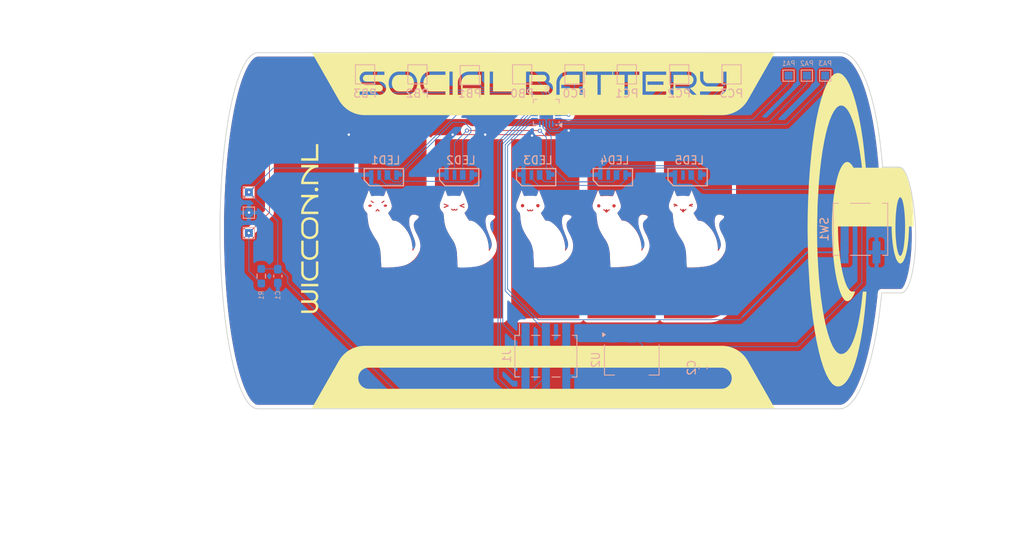
<source format=kicad_pcb>
(kicad_pcb (version 20240108) (generator "pcbnew") (generator_version "8.0")
  (layers (0 "F.Cu" signal) (31 "B.Cu" signal) (34 "B.Paste" user) (35 "F.Paste" user) (36 "B.SilkS" user "B.Silkscreen") (37 "F.SilkS" user "F.Silkscreen") (38 "B.Mask" user) (39 "F.Mask" user) (44 "Edge.Cuts" user))
  (net 0 "")
  (net 1 "VCC")
  (net 2 "GND")
  (net 3 "GPIO1")
  (net 4 "GPIO2")
  (net 5 "SCL")
  (net 6 "SDA")
  (net 7 "SK6812_data")
  (net 8 "Net-(LED2-DOUT)")
  (net 9 "Net-(U1-PB3)")
  (net 10 "Net-(LED1-DOUT)")
  (net 11 "Net-(LED3-DOUT)")
  (net 12 "Net-(LED4-DOUT)")
  (net 13 "Net-(U1-PB2)")
  (net 14 "Net-(U1-~{RESET}{slash}PA0)")
  (net 15 "Net-(U1-PB1)")
  (net 16 "Net-(U1-PB0)")
  (net 17 "Net-(U1-PC0)")
  (net 18 "Net-(U1-PC1)")
  (net 19 "Net-(U1-PA4)")
  (net 20 "Net-(U1-PC2)")
  (net 22 "Net-(U1-PC3)")
  (net 23 "Net-(U1-PA1)")
  (net 24 "Net-(U1-PA2)")
  (net 25 "Net-(U1-PA3)")
  (net 26 "Vout")
  (footprint "Library:SocialBat_1.5" (layer "F.Cu") (at 152.86 48.05984)
    (property "Reference" "Ref**" (hide yes))
    (property "Value" "Val**" (hide yes))
    (fp_line (start -40.657259 -0.585545) (end -40.651082 0.555008) (stroke (width 0.1) (color 29 29 27 1)) (layer "Edge.Cuts"))
    (fp_line (start -40.651133 -1.72557) (end -40.657259 -0.585545) (stroke (width 0.1) (color 29 29 27 1)) (layer "Edge.Cuts"))
    (fp_line (start -40.651082 0.555008) (end -40.632813 1.681073) (stroke (width 0.1) (color 29 29 27 1)) (layer "Edge.Cuts"))
    (fp_line (start -40.632914 -2.850594) (end -40.651133 -1.72557) (stroke (width 0.1) (color 29 29 27 1)) (layer "Edge.Cuts"))
    (fp_line (start -40.632813 1.681073) (end -40.602753 2.792111) (stroke (width 0.1) (color 29 29 27 1)) (layer "Edge.Cuts"))
    (fp_line (start -40.602857 -3.959046) (end -40.632914 -2.850594) (stroke (width 0.1) (color 29 29 27 1)) (layer "Edge.Cuts"))
    (fp_line (start -40.602753 2.792111) (end -40.56116 3.886589) (stroke (width 0.1) (color 29 29 27 1)) (layer "Edge.Cuts"))
    (fp_line (start -40.561365 -5.049896) (end -40.602857 -3.959046) (stroke (width 0.1) (color 29 29 27 1)) (layer "Edge.Cuts"))
    (fp_line (start -40.56116 3.886589) (end -40.508339 4.96191) (stroke (width 0.1) (color 29 29 27 1)) (layer "Edge.Cuts"))
    (fp_line (start -40.508645 -6.121074) (end -40.561365 -5.049896) (stroke (width 0.1) (color 29 29 27 1)) (layer "Edge.Cuts"))
    (fp_line (start -40.508339 4.96191) (end -40.444596 6.018051) (stroke (width 0.1) (color 29 29 27 1)) (layer "Edge.Cuts"))
    (fp_line (start -40.445054 -7.17257) (end -40.508645 -6.121074) (stroke (width 0.1) (color 29 29 27 1)) (layer "Edge.Cuts"))
    (fp_line (start -40.444596 6.018051) (end -40.370238 7.052483) (stroke (width 0.1) (color 29 29 27 1)) (layer "Edge.Cuts"))
    (fp_line (start -40.37085 -8.201817) (end -40.445054 -7.17257) (stroke (width 0.1) (color 29 29 27 1)) (layer "Edge.Cuts"))
    (fp_line (start -40.370238 7.052483) (end -40.285572 8.064633) (stroke (width 0.1) (color 29 29 27 1)) (layer "Edge.Cuts"))
    (fp_line (start -40.286283 -9.207237) (end -40.37085 -8.201817) (stroke (width 0.1) (color 29 29 27 1)) (layer "Edge.Cuts"))
    (fp_line (start -40.285572 8.064633) (end -40.1909 9.052464) (stroke (width 0.1) (color 29 29 27 1)) (layer "Edge.Cuts"))
    (fp_line (start -40.191767 -10.188327) (end -40.286283 -9.207237) (stroke (width 0.1) (color 29 29 27 1)) (layer "Edge.Cuts"))
    (fp_line (start -40.1909 9.052464) (end -40.086431 10.014396) (stroke (width 0.1) (color 29 29 27 1)) (layer "Edge.Cuts"))
    (fp_line (start -40.087454 -11.143542) (end -40.191767 -10.188327) (stroke (width 0.1) (color 29 29 27 1)) (layer "Edge.Cuts"))
    (fp_line (start -40.086431 10.014396) (end -39.972573 10.949414) (stroke (width 0.1) (color 29 29 27 1)) (layer "Edge.Cuts"))
    (fp_line (start -39.973797 -12.070788) (end -40.087454 -11.143542) (stroke (width 0.1) (color 29 29 27 1)) (layer "Edge.Cuts"))
    (fp_line (start -39.972573 10.949414) (end -39.849578 11.855946) (stroke (width 0.1) (color 29 29 27 1)) (layer "Edge.Cuts"))
    (fp_line (start -39.850956 -12.969551) (end -39.973797 -12.070788) (stroke (width 0.1) (color 29 29 27 1)) (layer "Edge.Cuts"))
    (fp_line (start -39.849578 11.855946) (end -39.717756 12.732461) (stroke (width 0.1) (color 29 29 27 1)) (layer "Edge.Cuts"))
    (fp_line (start -39.719286 -13.837779) (end -39.850956 -12.969551) (stroke (width 0.1) (color 29 29 27 1)) (layer "Edge.Cuts"))
    (fp_line (start -39.717756 12.732461) (end -39.577409 13.57739) (stroke (width 0.1) (color 29 29 27 1)) (layer "Edge.Cuts"))
    (fp_line (start -39.579093 -14.674434) (end -39.719286 -13.837779) (stroke (width 0.1) (color 29 29 27 1)) (layer "Edge.Cuts"))
    (fp_line (start -39.577409 13.57739) (end -39.428847 14.389176) (stroke (width 0.1) (color 29 29 27 1)) (layer "Edge.Cuts"))
    (fp_line (start -39.430632 -15.478461) (end -39.579093 -14.674434) (stroke (width 0.1) (color 29 29 27 1)) (layer "Edge.Cuts"))
    (fp_line (start -39.428847 14.389176) (end -39.272324 15.166814) (stroke (width 0.1) (color 29 29 27 1)) (layer "Edge.Cuts"))
    (fp_line (start -39.274211 -16.247276) (end -39.430632 -15.478461) (stroke (width 0.1) (color 29 29 27 1)) (layer "Edge.Cuts"))
    (fp_line (start -39.272324 15.166814) (end -39.108143 15.908711) (stroke (width 0.1) (color 29 29 27 1)) (layer "Edge.Cuts"))
    (fp_line (start -39.110135 -16.980899) (end -39.274211 -16.247276) (stroke (width 0.1) (color 29 29 27 1)) (layer "Edge.Cuts"))
    (fp_line (start -39.108143 15.908711) (end -38.936613 16.613324) (stroke (width 0.1) (color 29 29 27 1)) (layer "Edge.Cuts"))
    (fp_line (start -38.938707 -17.676723) (end -39.110135 -16.980899) (stroke (width 0.1) (color 29 29 27 1)) (layer "Edge.Cuts"))
    (fp_line (start -38.936613 16.613324) (end -38.758043 17.279129) (stroke (width 0.1) (color 29 29 27 1)) (layer "Edge.Cuts"))
    (fp_line (start -38.760237 -18.334242) (end -38.938707 -17.676723) (stroke (width 0.1) (color 29 29 27 1)) (layer "Edge.Cuts"))
    (fp_line (start -38.758043 17.279129) (end -38.572734 17.904549) (stroke (width 0.1) (color 29 29 27 1)) (layer "Edge.Cuts"))
    (fp_line (start -38.57498 -18.951891) (end -38.760237 -18.334242) (stroke (width 0.1) (color 29 29 27 1)) (layer "Edge.Cuts"))
    (fp_line (start -38.572734 17.904549) (end -38.380996 18.488541) (stroke (width 0.1) (color 29 29 27 1)) (layer "Edge.Cuts"))
    (fp_line (start -38.383244 -19.527599) (end -38.57498 -18.951891) (stroke (width 0.1) (color 29 29 27 1)) (layer "Edge.Cuts"))
    (fp_line (start -38.380996 18.488541) (end -38.183084 19.029045) (stroke (width 0.1) (color 29 29 27 1)) (layer "Edge.Cuts"))
    (fp_line (start -38.18538 -20.060859) (end -38.383244 -19.527599) (stroke (width 0.1) (color 29 29 27 1)) (layer "Edge.Cuts"))
    (fp_line (start -38.183084 19.029045) (end -37.979352 19.525032) (stroke (width 0.1) (color 29 29 27 1)) (layer "Edge.Cuts"))
    (fp_line (start -37.981547 -20.550105) (end -38.18538 -20.060859) (stroke (width 0.1) (color 29 29 27 1)) (layer "Edge.Cuts"))
    (fp_line (start -37.979352 19.525032) (end -37.770057 19.975449) (stroke (width 0.1) (color 29 29 27 1)) (layer "Edge.Cuts"))
    (fp_line (start -37.772201 -20.993804) (end -37.981547 -20.550105) (stroke (width 0.1) (color 29 29 27 1)) (layer "Edge.Cuts"))
    (fp_line (start -37.770057 19.975449) (end -37.555458 20.378235) (stroke (width 0.1) (color 29 29 27 1)) (layer "Edge.Cuts"))
    (fp_line (start -37.557498 -21.389861) (end -37.772201 -20.993804) (stroke (width 0.1) (color 29 29 27 1)) (layer "Edge.Cuts"))
    (fp_line (start -37.555458 20.378235) (end -37.335954 20.731847) (stroke (width 0.1) (color 29 29 27 1)) (layer "Edge.Cuts"))
    (fp_line (start -37.337843 -21.738288) (end -37.557498 -21.389861) (stroke (width 0.1) (color 29 29 27 1)) (layer "Edge.Cuts"))
    (fp_line (start -37.335954 20.731847) (end -37.224443 20.889752) (stroke (width 0.1) (color 29 29 27 1)) (layer "Edge.Cuts"))
    (fp_line (start -37.226231 -21.893607) (end -37.337843 -21.738288) (stroke (width 0.1) (color 29 29 27 1)) (layer "Edge.Cuts"))
    (fp_line (start -37.224443 20.889752) (end -37.111758 21.034715) (stroke (width 0.1) (color 29 29 27 1)) (layer "Edge.Cuts"))
    (fp_line (start -37.113492 -22.036497) (end -37.226231 -21.893607) (stroke (width 0.1) (color 29 29 27 1)) (layer "Edge.Cuts"))
    (fp_line (start -37.111758 21.034715) (end -36.998054 21.167259) (stroke (width 0.1) (color 29 29 27 1)) (layer "Edge.Cuts"))
    (fp_line (start -36.999635 -22.166972) (end -37.113492 -22.036497) (stroke (width 0.1) (color 29 29 27 1)) (layer "Edge.Cuts"))
    (fp_line (start -36.998054 21.167259) (end -36.883223 21.286323) (stroke (width 0.1) (color 29 29 27 1)) (layer "Edge.Cuts"))
    (fp_line (start -36.884705 -22.283976) (end -36.999635 -22.166972) (stroke (width 0.1) (color 29 29 27 1)) (layer "Edge.Cuts"))
    (fp_line (start -36.883223 21.286323) (end -36.767426 21.391953) (stroke (width 0.1) (color 29 29 27 1)) (layer "Edge.Cuts"))
    (fp_line (start -36.768753 -22.388037) (end -36.884705 -22.283976) (stroke (width 0.1) (color 29 29 27 1)) (layer "Edge.Cuts"))
    (fp_line (start -36.767426 21.391953) (end -36.650604 21.484628) (stroke (width 0.1) (color 29 29 27 1)) (layer "Edge.Cuts"))
    (fp_line (start -36.65183 -22.47864) (end -36.768753 -22.388037) (stroke (width 0.1) (color 29 29 27 1)) (layer "Edge.Cuts"))
    (fp_line (start -36.650604 21.484628) (end -36.53292 21.562814) (stroke (width 0.1) (color 29 29 27 1)) (layer "Edge.Cuts"))
    (fp_line (start -36.533889 -22.555785) (end -36.65183 -22.47864) (stroke (width 0.1) (color 29 29 27 1)) (layer "Edge.Cuts"))
    (fp_line (start -36.53292 21.562814) (end -36.414261 21.62753) (stroke (width 0.1) (color 29 29 27 1)) (layer "Edge.Cuts"))
    (fp_line (start -36.41508 -22.61946) (end -36.533889 -22.555785) (stroke (width 0.1) (color 29 29 27 1)) (layer "Edge.Cuts"))
    (fp_line (start -36.414261 21.62753) (end -36.29474 21.678261) (stroke (width 0.1) (color 29 29 27 1)) (layer "Edge.Cuts"))
    (fp_line (start -36.295403 -22.669161) (end -36.41508 -22.61946) (stroke (width 0.1) (color 29 29 27 1)) (layer "Edge.Cuts"))
    (fp_line (start -36.29474 21.678261) (end -36.17445 21.714504) (stroke (width 0.1) (color 29 29 27 1)) (layer "Edge.Cuts"))
    (fp_line (start -36.17486 -22.70489) (end -36.295403 -22.669161) (stroke (width 0.1) (color 29 29 27 1)) (layer "Edge.Cuts"))
    (fp_line (start -36.17445 21.714504) (end -36.053295 21.736763) (stroke (width 0.1) (color 29 29 27 1)) (layer "Edge.Cuts"))
    (fp_line (start -36.05355 -22.726634) (end -36.17486 -22.70489) (stroke (width 0.1) (color 29 29 27 1)) (layer "Edge.Cuts"))
    (fp_line (start -36.053295 21.736763) (end -35.931422 21.743995) (stroke (width 0.1) (color 29 29 27 1)) (layer "Edge.Cuts"))
    (fp_line (start -35.931422 -22.733877) (end -36.05355 -22.726634) (stroke (width 0.1) (color 29 29 27 1)) (layer "Edge.Cuts"))
    (fp_line (start -35.931422 21.743995) (end 36.67089 21.743995) (stroke (width 0.1) (color 29 29 27 1)) (layer "Edge.Cuts"))
    (fp_line (start 36.67089 21.743995) (end 36.782139 21.739338) (stroke (width 0.1) (color 29 29 27 1)) (layer "Edge.Cuts"))
    (fp_line (start 36.706619 -22.770122) (end -35.931422 -22.733877) (stroke (width 0.1) (color 29 29 27 1)) (layer "Edge.Cuts"))
    (fp_line (start 36.782139 21.739338) (end 36.892895 21.726395) (stroke (width 0.1) (color 29 29 27 1)) (layer "Edge.Cuts"))
    (fp_line (start 36.892895 21.726395) (end 37.003124 21.704663) (stroke (width 0.1) (color 29 29 27 1)) (layer "Edge.Cuts"))
    (fp_line (start 36.93882 -22.75458) (end 36.706619 -22.770122) (stroke (width 0.1) (color 29 29 27 1)) (layer "Edge.Cuts"))
    (fp_line (start 37.003124 21.704663) (end 37.11285 21.674118) (stroke (width 0.1) (color 29 29 27 1)) (layer "Edge.Cuts"))
    (fp_line (start 37.11285 21.674118) (end 37.222061 21.635277) (stroke (width 0.1) (color 29 29 27 1)) (layer "Edge.Cuts"))
    (fp_line (start 37.168983 -22.708506) (end 36.93882 -22.75458) (stroke (width 0.1) (color 29 29 27 1)) (layer "Edge.Cuts"))
    (fp_line (start 37.222061 21.635277) (end 37.330265 21.587646) (stroke (width 0.1) (color 29 29 27 1)) (layer "Edge.Cuts"))
    (fp_line (start 37.330265 21.587646) (end 37.545632 21.468056) (stroke (width 0.1) (color 29 29 27 1)) (layer "Edge.Cuts"))
    (fp_line (start 37.396092 -22.631877) (end 37.168983 -22.708506) (stroke (width 0.1) (color 29 29 27 1)) (layer "Edge.Cuts"))
    (fp_line (start 37.545632 21.468056) (end 37.758446 21.315323) (stroke (width 0.1) (color 29 29 27 1)) (layer "Edge.Cuts"))
    (fp_line (start 37.620648 -22.524714) (end 37.396092 -22.631877) (stroke (width 0.1) (color 29 29 27 1)) (layer "Edge.Cuts"))
    (fp_line (start 37.758446 21.315323) (end 37.968204 21.131016) (stroke (width 0.1) (color 29 29 27 1)) (layer "Edge.Cuts"))
    (fp_line (start 37.842136 -22.388037) (end 37.620648 -22.524714) (stroke (width 0.1) (color 29 29 27 1)) (layer "Edge.Cuts"))
    (fp_line (start 37.968204 21.131016) (end 38.174885 20.915123) (stroke (width 0.1) (color 29 29 27 1)) (layer "Edge.Cuts"))
    (fp_line (start 38.06057 -22.221846) (end 37.842136 -22.388037) (stroke (width 0.1) (color 29 29 27 1)) (layer "Edge.Cuts"))
    (fp_line (start 38.174885 20.915123) (end 38.379024 20.668159) (stroke (width 0.1) (color 29 29 27 1)) (layer "Edge.Cuts"))
    (fp_line (start 38.275433 -22.026141) (end 38.06057 -22.221846) (stroke (width 0.1) (color 29 29 27 1)) (layer "Edge.Cuts"))
    (fp_line (start 38.379024 20.668159) (end 38.579594 20.391189) (stroke (width 0.1) (color 29 29 27 1)) (layer "Edge.Cuts"))
    (fp_line (start 38.486714 -21.801459) (end 38.275433 -22.026141) (stroke (width 0.1) (color 29 29 27 1)) (layer "Edge.Cuts"))
    (fp_line (start 38.579594 20.391189) (end 38.776592 20.085209) (stroke (width 0.1) (color 29 29 27 1)) (layer "Edge.Cuts"))
    (fp_line (start 38.694423 -21.547765) (end 38.486714 -21.801459) (stroke (width 0.1) (color 29 29 27 1)) (layer "Edge.Cuts"))
    (fp_line (start 38.776592 20.085209) (end 38.970009 19.750241) (stroke (width 0.1) (color 29 29 27 1)) (layer "Edge.Cuts"))
    (fp_line (start 38.898048 -21.266117) (end 38.694423 -21.547765) (stroke (width 0.1) (color 29 29 27 1)) (layer "Edge.Cuts"))
    (fp_line (start 38.970009 19.750241) (end 39.159866 19.387302) (stroke (width 0.1) (color 29 29 27 1)) (layer "Edge.Cuts"))
    (fp_line (start 39.097599 -20.956003) (end 38.898048 -21.266117) (stroke (width 0.1) (color 29 29 27 1)) (layer "Edge.Cuts"))
    (fp_line (start 39.159866 19.387302) (end 39.345638 18.997459) (stroke (width 0.1) (color 29 29 27 1)) (layer "Edge.Cuts"))
    (fp_line (start 39.293064 -20.617923) (end 39.097599 -20.956003) (stroke (width 0.1) (color 29 29 27 1)) (layer "Edge.Cuts"))
    (fp_line (start 39.345638 18.997459) (end 39.527313 18.580173) (stroke (width 0.1) (color 29 29 27 1)) (layer "Edge.Cuts"))
    (fp_line (start 39.483941 -20.252409) (end 39.293064 -20.617923) (stroke (width 0.1) (color 29 29 27 1)) (layer "Edge.Cuts"))
    (fp_line (start 39.527313 18.580173) (end 39.704915 18.137516) (stroke (width 0.1) (color 29 29 27 1)) (layer "Edge.Cuts"))
    (fp_line (start 39.670215 -19.859454) (end 39.483941 -20.252409) (stroke (width 0.1) (color 29 29 27 1)) (layer "Edge.Cuts"))
    (fp_line (start 39.704915 18.137516) (end 39.877926 17.668973) (stroke (width 0.1) (color 29 29 27 1)) (layer "Edge.Cuts"))
    (fp_line (start 39.851387 -19.439582) (end 39.670215 -19.859454) (stroke (width 0.1) (color 29 29 27 1)) (layer "Edge.Cuts"))
    (fp_line (start 39.877926 17.668973) (end 40.046337 17.175594) (stroke (width 0.1) (color 29 29 27 1)) (layer "Edge.Cuts"))
    (fp_line (start 40.027466 -18.992781) (end 39.851387 -19.439582) (stroke (width 0.1) (color 29 29 27 1)) (layer "Edge.Cuts"))
    (fp_line (start 40.046337 17.175594) (end 40.209656 16.658379) (stroke (width 0.1) (color 29 29 27 1)) (layer "Edge.Cuts"))
    (fp_line (start 40.198932 -18.519579) (end 40.027466 -18.992781) (stroke (width 0.1) (color 29 29 27 1)) (layer "Edge.Cuts"))
    (fp_line (start 40.209656 16.658379) (end 40.368374 16.117873) (stroke (width 0.1) (color 29 29 27 1)) (layer "Edge.Cuts"))
    (fp_line (start 40.364287 -18.019977) (end 40.198932 -18.519579) (stroke (width 0.1) (color 29 29 27 1)) (layer "Edge.Cuts"))
    (fp_line (start 40.368374 16.117873) (end 40.521989 15.554585) (stroke (width 0.1) (color 29 29 27 1)) (layer "Edge.Cuts"))
    (fp_line (start 40.521989 15.554585) (end 40.669983 14.969552) (stroke (width 0.1) (color 29 29 27 1)) (layer "Edge.Cuts"))
    (fp_line (start 40.52454 -17.495001) (end 40.364287 -18.019977) (stroke (width 0.1) (color 29 29 27 1)) (layer "Edge.Cuts"))
    (fp_line (start 40.669983 14.969552) (end 40.812885 14.362775) (stroke (width 0.1) (color 29 29 27 1)) (layer "Edge.Cuts"))
    (fp_line (start 40.67867 -16.944141) (end 40.52454 -17.495001) (stroke (width 0.1) (color 29 29 27 1)) (layer "Edge.Cuts"))
    (fp_line (start 40.812885 14.362775) (end 40.949654 13.735294) (stroke (width 0.1) (color 29 29 27 1)) (layer "Edge.Cuts"))
    (fp_line (start 40.826664 -16.367907) (end 40.67867 -16.944141) (stroke (width 0.1) (color 29 29 27 1)) (layer "Edge.Cuts"))
    (fp_line (start 40.949654 13.735294) (end 41.080826 13.088132) (stroke (width 0.1) (color 29 29 27 1)) (layer "Edge.Cuts"))
    (fp_line (start 40.969052 -15.766314) (end 40.826664 -16.367907) (stroke (width 0.1) (color 29 29 27 1)) (layer "Edge.Cuts"))
    (fp_line (start 41.080826 13.088132) (end 41.206368 12.421307) (stroke (width 0.1) (color 29 29 27 1)) (layer "Edge.Cuts"))
    (fp_line (start 41.104802 -15.140391) (end 40.969052 -15.766314) (stroke (width 0.1) (color 29 29 27 1)) (layer "Edge.Cuts"))
    (fp_line (start 41.206368 12.421307) (end 41.325284 11.735829) (stroke (width 0.1) (color 29 29 27 1)) (layer "Edge.Cuts"))
    (fp_line (start 41.233925 -14.490115) (end 41.104802 -15.140391) (stroke (width 0.1) (color 29 29 27 1)) (layer "Edge.Cuts"))
    (fp_line (start 41.325284 11.735829) (end 41.43858 11.032761) (stroke (width 0.1) (color 29 29 27 1)) (layer "Edge.Cuts"))
    (fp_line (start 41.356412 -13.815521) (end 41.233925 -14.490115) (stroke (width 0.1) (color 29 29 27 1)) (layer "Edge.Cuts"))
    (fp_line (start 41.43858 11.032761) (end 41.544723 10.311566) (stroke (width 0.1) (color 29 29 27 1)) (layer "Edge.Cuts"))
    (fp_line (start 41.471756 -13.116584) (end 41.356412 -13.815521) (stroke (width 0.1) (color 29 29 27 1)) (layer "Edge.Cuts"))
    (fp_line (start 41.544723 10.311566) (end 41.644253 9.574326) (stroke (width 0.1) (color 29 29 27 1)) (layer "Edge.Cuts"))
    (fp_line (start 41.579937 -12.394371) (end 41.471756 -13.116584) (stroke (width 0.1) (color 29 29 27 1)) (layer "Edge.Cuts"))
    (fp_line (start 41.644253 9.574326) (end 41.737122 8.821029) (stroke (width 0.1) (color 29 29 27 1)) (layer "Edge.Cuts"))
    (fp_line (start 41.680988 -11.648833) (end 41.579937 -12.394371) (stroke (width 0.1) (color 29 29 27 1)) (layer "Edge.Cuts"))
    (fp_line (start 41.737122 8.821029) (end 41.823375 8.05169) (stroke (width 0.1) (color 29 29 27 1)) (layer "Edge.Cuts"))
    (fp_line (start 41.774898 -10.880523) (end 41.680988 -11.648833) (stroke (width 0.1) (color 29 29 27 1)) (layer "Edge.Cuts"))
    (fp_line (start 41.823375 8.05169) (end 41.901974 7.268376) (stroke (width 0.1) (color 29 29 27 1)) (layer "Edge.Cuts"))
    (fp_line (start 41.861141 -10.08944) (end 41.774898 -10.880523) (stroke (width 0.1) (color 29 29 27 1)) (layer "Edge.Cuts"))
    (fp_line (start 41.901974 7.268376) (end 44.315933 7.268376) (stroke (width 0.1) (color 29 29 27 1)) (layer "Edge.Cuts"))
    (fp_line (start 41.939224 -9.275582) (end 41.861141 -10.08944) (stroke (width 0.1) (color 29 29 27 1)) (layer "Edge.Cuts"))
    (fp_line (start 42.009147 -8.439453) (end 41.939224 -9.275582) (stroke (width 0.1) (color 29 29 27 1)) (layer "Edge.Cuts"))
    (fp_line (start 42.009147 -8.439453) (end 44.114334 -8.439968) (stroke (width 0.12)) (layer "Edge.Cuts"))
    (fp_line (start 44.205692 -8.414082) (end 44.114334 -8.439968) (stroke (width 0.1) (color 29 29 27 1)) (layer "Edge.Cuts"))
    (fp_line (start 44.315933 7.268376) (end 44.361858 7.268376) (stroke (width 0.1) (color 29 29 27 1)) (layer "Edge.Cuts"))
    (fp_line (start 44.361858 -8.346264) (end 44.205692 -8.414082) (stroke (width 0.1) (color 29 29 27 1)) (layer "Edge.Cuts"))
    (fp_line (start 44.361858 7.268376) (end 44.453205 7.259049) (stroke (width 0.1) (color 29 29 27 1)) (layer "Edge.Cuts"))
    (fp_line (start 44.453205 7.259049) (end 44.543544 7.231103) (stroke (width 0.1) (color 29 29 27 1)) (layer "Edge.Cuts"))
    (fp_line (start 44.454236 -8.289318) (end 44.361858 -8.346264) (stroke (width 0.1) (color 29 29 27 1)) (layer "Edge.Cuts"))
    (fp_line (start 44.540993 -8.211132) (end 44.454236 -8.289318) (stroke (width 0.1) (color 29 29 27 1)) (layer "Edge.Cuts"))
    (fp_line (start 44.543544 7.231103) (end 44.63234 7.185017) (stroke (width 0.1) (color 29 29 27 1)) (layer "Edge.Cuts"))
    (fp_line (start 44.626731 -8.112243) (end 44.540993 -8.211132) (stroke (width 0.1) (color 29 29 27 1)) (layer "Edge.Cuts"))
    (fp_line (start 44.63234 7.185017) (end 44.719613 7.121856) (stroke (width 0.1) (color 29 29 27 1)) (layer "Edge.Cuts"))
    (fp_line (start 44.719613 7.121856) (end 44.805855 7.041611) (stroke (width 0.1) (color 29 29 27 1)) (layer "Edge.Cuts"))
    (fp_line (start 44.795144 -7.854935) (end 44.626731 -8.112243) (stroke (width 0.1) (color 29 29 27 1)) (layer "Edge.Cuts"))
    (fp_line (start 44.805855 7.041611) (end 44.890071 6.944268) (stroke (width 0.1) (color 29 29 27 1)) (layer "Edge.Cuts"))
    (fp_line (start 44.877827 -7.698071) (end 44.795144 -7.854935) (stroke (width 0.1) (color 29 29 27 1)) (layer "Edge.Cuts"))
    (fp_line (start 44.890071 6.944268) (end 44.972744 6.830891) (stroke (width 0.1) (color 29 29 27 1)) (layer "Edge.Cuts"))
    (fp_line (start 44.958965 -7.52411) (end 44.877827 -7.698071) (stroke (width 0.1) (color 29 29 27 1)) (layer "Edge.Cuts"))
    (fp_line (start 44.972744 6.830891) (end 45.053379 6.701985) (stroke (width 0.1) (color 29 29 27 1)) (layer "Edge.Cuts"))
    (fp_line (start 45.038582 -7.333073) (end 44.958965 -7.52411) (stroke (width 0.1) (color 29 29 27 1)) (layer "Edge.Cuts"))
    (fp_line (start 45.053379 6.701985) (end 45.13248 6.558041) (stroke (width 0.1) (color 29 29 27 1)) (layer "Edge.Cuts"))
    (fp_line (start 45.13248 6.558041) (end 45.209042 6.399117) (stroke (width 0.1) (color 29 29 27 1)) (layer "Edge.Cuts"))
    (fp_line (start 45.192699 -6.904904) (end 45.038582 -7.333073) (stroke (width 0.1) (color 29 29 27 1)) (layer "Edge.Cuts"))
    (fp_line (start 45.209042 6.399117) (end 45.356018 6.038765) (stroke (width 0.1) (color 29 29 27 1)) (layer "Edge.Cuts"))
    (fp_line (start 45.339173 -6.419801) (end 45.192699 -6.904904) (stroke (width 0.1) (color 29 29 27 1)) (layer "Edge.Cuts"))
    (fp_line (start 45.356018 6.038765) (end 45.493302 5.625096) (stroke (width 0.1) (color 29 29 27 1)) (layer "Edge.Cuts"))
    (fp_line (start 45.47697 -5.884469) (end 45.339173 -6.419801) (stroke (width 0.1) (color 29 29 27 1)) (layer "Edge.Cuts"))
    (fp_line (start 45.493302 5.625096) (end 45.619862 5.161748) (stroke (width 0.1) (color 29 29 27 1)) (layer "Edge.Cuts"))
    (fp_line (start 45.605076 -5.305134) (end 45.47697 -5.884469) (stroke (width 0.1) (color 29 29 27 1)) (layer "Edge.Cuts"))
    (fp_line (start 45.619862 5.161748) (end 45.735207 4.65229) (stroke (width 0.1) (color 29 29 27 1)) (layer "Edge.Cuts"))
    (fp_line (start 45.722447 -4.689041) (end 45.605076 -5.305134) (stroke (width 0.1) (color 29 29 27 1)) (layer "Edge.Cuts"))
    (fp_line (start 45.735207 4.65) (end 45.837792 4.100411) (stroke (width 0.1) (color 29 29 27 1)) (layer "Edge.Cuts"))
    (fp_line (start 45.827069 -4.05) (end 45.722447 -4.689041) (stroke (width 0.1) (color 29 29 27 1)) (layer "Edge.Cuts"))
    (fp_line (start 45.837792 4.100411) (end 45.927101 3.510194) (stroke (width 0.1) (color 29 29 27 1)) (layer "Edge.Cuts"))
    (fp_line (start 45.91893 -3.37194) (end 45.827069 -4.05) (stroke (width 0.1) (color 29 29 27 1)) (layer "Edge.Cuts"))
    (fp_line (start 45.927101 3.510194) (end 46.002632 2.884773) (stroke (width 0.1) (color 29 29 27 1)) (layer "Edge.Cuts"))
    (fp_line (start 45.997013 -2.684403) (end 45.91893 -3.37194) (stroke (width 0.1) (color 29 29 27 1)) (layer "Edge.Cuts"))
    (fp_line (start 46.002632 2.884773) (end 46.062348 2.228306) (stroke (width 0.1) (color 29 29 27 1)) (layer "Edge.Cuts"))
    (fp_line (start 46.059281 -1.985466) (end 45.997013 -2.684403) (stroke (width 0.1) (color 29 29 27 1)) (layer "Edge.Cuts"))
    (fp_line (start 46.062348 2.228306) (end 46.106739 1.543869) (stroke (width 0.1) (color 29 29 27 1)) (layer "Edge.Cuts"))
    (fp_line (start 46.105217 -1.282913) (end 46.059281 -1.985466) (stroke (width 0.1) (color 29 29 27 1)) (layer "Edge.Cuts"))
    (fp_line (start 46.106739 1.543869) (end 46.133793 0.836143) (stroke (width 0.1) (color 29 29 27 1)) (layer "Edge.Cuts"))
    (fp_line (start 46.133279 -0.6) (end 46.105217 -1.282913) (stroke (width 0.1) (color 29 29 27 1)) (layer "Edge.Cuts"))
    (fp_line (start 46.133793 0.836143) (end 46.142982 0.108207) (stroke (width 0.1) (color 29 29 27 1)) (layer "Edge.Cuts"))
    (fp_line (start 46.142982 0.108207) (end 46.133279 -0.6) (stroke (width 0.1) (color 29 29 27 1)) (layer "Edge.Cuts"))
  )
  (footprint "LED_SMD:LED-SMD_4P-L4.0-W1.6-L" (layer "B.Cu") (at 143.887 40 180)
    (property "Reference" "LED2")
    (property "Value" "SK6812SIDE-A-RVS")
  )
  (footprint "Button_Switch_SMD:SW_SPST_B3SL-1002P" (layer "B.Cu") (at 192.11 47.385 -90)
    (property "Reference" "SW1")
    (property "Value" "Change")
  )
  (footprint "TestPoint:TestPoint_Pad_1.0x1.0mm" (layer "B.Cu") (at 183.134 28.194 90)
    (property "Reference" "TP12" (hide yes))
    (property "Value" "PA1")
  )
  (footprint "Connector_PinHeader_2.54mm:PinHeader_2x03_P2.54mm_Vertical_SMD" (layer "B.Cu") (at 152.858783 63.231 -90)
    (property "Reference" "J1")
    (property "Value" "SAO")
  )
  (footprint "Capacitor_SMD:C_0603_1608Metric_Pad1.08x0.95mm_HandSolder" (layer "B.Cu") (at 172.466 64.6695 -90)
    (property "Reference" "C2")
    (property "Value" "100nF")
  )
  (footprint "TestPoint:TestPoint_Pad_2.0x2.0mm" (layer "B.Cu") (at 156.427712 28.038)
    (property "Reference" "TP8" (hide yes))
    (property "Value" "PC0")
  )
  (footprint "TestPoint:TestPoint_Pad_1.0x1.0mm" (layer "B.Cu") (at 187.706 28.194 90)
    (property "Reference" "TP14" (hide yes))
    (property "Value" "PA3")
  )
  (footprint "TestPoint:TestPoint_Pad_2.0x2.0mm" (layer "B.Cu") (at 143.364856 28.136)
    (property "Reference" "TP3" (hide yes))
    (property "Value" "PB1")
  )
  (footprint "Capacitor_SMD:C_0603_1608Metric_Pad1.08x0.95mm_HandSolder" (layer "B.Cu") (at 119.41 53.2395 -90)
    (property "Reference" "C1")
    (property "Value" "100nF")
  )
  (footprint "TestPoint:TestPoint_Pad_2.0x2.0mm" (layer "B.Cu") (at 169.490568 28.038)
    (property "Reference" "TP10" (hide yes))
    (property "Value" "PC2")
  )
  (footprint "TestPoint:TestPoint_Pad_1.0x1.0mm" (layer "B.Cu") (at 185.42 28.194 90)
    (property "Reference" "TP13" (hide yes))
    (property "Value" "PA2")
  )
  (footprint "TestPoint:TestPoint_Pad_2.0x2.0mm" (layer "B.Cu") (at 176.022 28.038)
    (property "Reference" "TP11" (hide yes))
    (property "Value" "PC3")
  )
  (footprint "Package_DFN_QFN:VQFN-20-1EP_3x3mm_P0.4mm_EP1.7x1.7mm" (layer "B.Cu") (at 152.908 32.766 90)
    (property "Reference" "U1")
    (property "Value" "ATtiny1616-M")
  )
  (footprint "LED_SMD:LED-SMD_4P-L4.0-W1.6-L" (layer "B.Cu") (at 163.068 40 180)
    (property "Reference" "LED4")
    (property "Value" "SK6812SIDE-A-RVS")
  )
  (footprint "LED_SMD:LED-SMD_4P-L4.0-W1.6-L" (layer "B.Cu") (at 134.489 40 180)
    (property "Reference" "LED1")
    (property "Value" "SK6812SIDE-A-RVS")
  )
  (footprint "TestPoint:TestPoint_Pad_2.0x2.0mm" (layer "B.Cu") (at 162.95914 28.038)
    (property "Reference" "TP9" (hide yes))
    (property "Value" "PC1")
  )
  (footprint "TestPoint:TestPoint_Pad_2.0x2.0mm" (layer "B.Cu") (at 136.833428 28.038)
    (property "Reference" "TP2" (hide yes))
    (property "Value" "PB2")
  )
  (footprint "Resistor_SMD:R_0603_1608Metric_Pad0.98x0.95mm_HandSolder" (layer "B.Cu") (at 117.348 53.2375 90)
    (property "Reference" "R1")
    (property "Value" "4k7")
  )
  (footprint "Package_TO_SOT_SMD:SOT-223-3_TabPin2" (layer "B.Cu") (at 163.576 63.678954 -90)
    (property "Reference" "U2")
    (property "Value" "AMS1117-5.0")
  )
  (footprint "TestPoint:TestPoint_Pad_1.0x1.0mm" (layer "B.Cu") (at 115.800274 45.308285 -90)
    (property "Reference" "TP5" (hide yes))
    (property "Value" "GND" (hide yes))
  )
  (footprint "LED_SMD:LED-SMD_4P-L4.0-W1.6-L" (layer "B.Cu") (at 172.39 40 180)
    (property "Reference" "LED5")
    (property "Value" "SK6812SIDE-A-RVS")
  )
  (footprint "TestPoint:TestPoint_Pad_1.0x1.0mm" (layer "B.Cu") (at 115.800274 47.848285 -90)
    (property "Reference" "TP7" (hide yes))
    (property "Value" "UDPI1" (hide yes))
  )
  (footprint "TestPoint:TestPoint_Pad_2.0x2.0mm" (layer "B.Cu") (at 149.896284 28.038)
    (property "Reference" "TP4" (hide yes))
    (property "Value" "PB0")
  )
  (footprint "TestPoint:TestPoint_Pad_1.0x1.0mm" (layer "B.Cu") (at 115.800274 42.768285 -90)
    (property "Reference" "TP6" (hide yes))
    (property "Value" "VCC" (hide yes))
  )
  (footprint "TestPoint:TestPoint_Pad_2.0x2.0mm" (layer "B.Cu") (at 130.302 28.038)
    (property "Reference" "TP1" (hide yes))
    (property "Value" "PB3")
  )
  (footprint "LED_SMD:LED-SMD_4P-L4.0-W1.6-L" (layer "B.Cu") (at 153.488 40 180)
    (property "Reference" "LED3")
    (property "Value" "SK6812SIDE-A-RVS")
  )
  (via (at 115.819873 42.754537) (size 0.5) (drill 0.3) (layers "F.Cu" "B.Cu") (net 1))
  (segment (start 143.502 34.844893) (end 143.502 35.259107) (width 0.1) (layer "B.Cu") (net 1))
  (segment (start 141.224 34.036) (end 142.693107 34.036) (width 0.1) (layer "B.Cu") (net 1))
  (segment (start 159.111022 68.326) (end 134.874 68.326) (width 0.1) (layer "B.Cu") (net 1))
  (segment (start 119.41 52.377) (end 118.925 52.377) (width 0.1) (layer "B.Cu") (net 1))
  (segment (start 143.502 35.259107) (end 142.487 36.274107) (width 0.1) (layer "B.Cu") (net 1))
  (segment (start 120.65 53.34) (end 119.687 52.377) (width 0.1) (layer "B.Cu") (net 1))
  (segment (start 118.828559 39.74) (end 115.819873 42.748686) (width 0.1) (layer "B.Cu") (net 1))
  (segment (start 163.322 62.992) (end 163.322 64.115022) (width 0.1) (layer "B.Cu") (net 1))
  (segment (start 135.199 40.061) (end 141.224 34.036) (width 0.1) (layer "B.Cu") (net 1))
  (segment (start 132.479 39.74) (end 118.828559 39.74) (width 0.1) (layer "B.Cu") (net 1))
  (segment (start 133.838374 41.46) (end 134.646868 41.46) (width 0.1) (layer "B.Cu") (net 1))
  (segment (start 115.814022 42.754537) (end 115.800274 42.768285) (width 0.1) (layer "B.Cu") (net 1))
  (segment (start 118.873 52.325) (end 117.348 52.325) (width 0.1) (layer "B.Cu") (net 1))
  (segment (start 135.199 40.907868) (end 135.199 40.061) (width 0.1) (layer "B.Cu") (net 1))
  (segment (start 115.819873 42.787884) (end 119.41 46.378011) (width 0.1) (layer "B.Cu") (net 1))
  (segment (start 119.687 52.377) (end 119.41 52.377) (width 0.1) (layer "B.Cu") (net 1))
  (segment (start 163.322 64.115022) (end 159.111022 68.326) (width 0.1) (layer "B.Cu") (net 1))
  (segment (start 142.693107 34.036) (end 143.502 34.844893) (width 0.1) (layer "B.Cu") (net 1))
  (segment (start 142.487 36.274107) (end 142.487 40.6) (width 0.1) (layer "B.Cu") (net 1))
  (segment (start 115.819873 42.754537) (end 115.819873 42.787884) (width 0.1) (layer "B.Cu") (net 1))
  (segment (start 115.819873 42.754537) (end 115.814022 42.754537) (width 0.1) (layer "B.Cu") (net 1))
  (segment (start 120.65 54.102) (end 120.65 53.34) (width 0.1) (layer "B.Cu") (net 1))
  (segment (start 133.089 40.6) (end 133.089 40.35) (width 0.1) (layer "B.Cu") (net 1))
  (segment (start 134.874 68.326) (end 120.65 54.102) (width 0.1) (layer "B.Cu") (net 1))
  (segment (start 133.089 40.710626) (end 133.838374 41.46) (width 0.1) (layer "B.Cu") (net 1))
  (segment (start 119.41 46.378011) (end 119.41 52.377) (width 0.1) (layer "B.Cu") (net 1))
  (segment (start 133.089 40.6) (end 133.089 40.710626) (width 0.1) (layer "B.Cu") (net 1))
  (segment (start 134.646868 41.46) (end 135.199 40.907868) (width 0.1) (layer "B.Cu") (net 1))
  (segment (start 118.925 52.377) (end 118.873 52.325) (width 0.1) (layer "B.Cu") (net 1))
  (segment (start 133.089 40.35) (end 132.479 39.74) (width 0.1) (layer "B.Cu") (net 1))
  (segment (start 115.819873 42.748686) (end 115.819873 42.754537) (width 0.1) (layer "B.Cu") (net 1))
  (segment (start 141.224 35.56) (end 145.288 35.56) (width 0.1) (layer "F.Cu") (net 2))
  (segment (start 145.288 35.56) (end 151.010332 35.56) (width 0.1) (layer "F.Cu") (net 2))
  (segment (start 155.074332 35.679668) (end 155.702 35.052) (width 0.1) (layer "F.Cu") (net 2))
  (segment (start 141.224 35.56) (end 128.27 35.56) (width 0.1) (layer "F.Cu") (net 2))
  (segment (start 151.13 35.679668) (end 155.074332 35.679668) (width 0.1) (layer "F.Cu") (net 2))
  (segment (start 151.010332 35.56) (end 151.13 35.679668) (width 0.1) (layer "F.Cu") (net 2))
  (via (at 155.702 35.052) (size 0.5) (drill 0.3) (layers "F.Cu" "B.Cu") (net 2))
  (via (at 115.821319 45.29779) (size 0.5) (drill 0.3) (layers "F.Cu" "B.Cu") (net 2))
  (via (at 128.27 35.56) (size 0.5) (drill 0.3) (layers "F.Cu" "B.Cu") (net 2))
  (via (at 141.224 35.56) (size 0.5) (drill 0.3) (layers "F.Cu" "B.Cu") (net 2))
  (via (at 151.13 35.679668) (size 0.5) (drill 0.3) (layers "F.Cu" "B.Cu") (net 2))
  (via (at 145.288 35.56) (size 0.5) (drill 0.3) (layers "F.Cu" "B.Cu") (net 2))
  (segment (start 152.908 34.216) (end 152.908 32.766) (width 0.2) (layer "B.Cu") (net 2))
  (segment (start 153.405868 35.176) (end 155.578 35.176) (width 0.1) (layer "B.Cu") (net 2))
  (segment (start 115.821319 45.28724) (end 115.800274 45.308285) (width 0.15) (layer "B.Cu") (net 2))
  (segment (start 115.810769 45.29779) (end 115.821319 45.29779) (width 0.15) (layer "B.Cu") (net 2))
  (segment (start 157.604 35.176) (end 159.643 37.215) (width 0.1) (layer "B.Cu") (net 2))
  (segment (start 194.16 50.375) (end 194.11 50.325) (width 0.2) (layer "B.Cu") (net 2))
  (segment (start 155.826 35.176) (end 157.604 35.176) (width 0.1) (layer "B.Cu") (net 2))
  (segment (start 159.643 37.215) (end 159.643 40.6) (width 0.1) (layer "B.Cu") (net 2))
  (segment (start 115.821319 45.29779) (end 115.821319 45.28724) (width 0.15) (layer "B.Cu") (net 2))
  (segment (start 155.578 35.176) (end 155.702 35.052) (width 0.1) (layer "B.Cu") (net 2))
  (segment (start 115.774559 45.334) (end 115.810769 45.29779) (width 0.15) (layer "B.Cu") (net 2))
  (segment (start 152.908 34.216) (end 152.908 34.678132) (width 0.1) (layer "B.Cu") (net 2))
  (segment (start 155.702 35.052) (end 155.826 35.176) (width 0.1) (layer "B.Cu") (net 2))
  (segment (start 152.908 34.678132) (end 153.405868 35.176) (width 0.1) (layer "B.Cu") (net 2))
  (segment (start 194.11 50.325) (end 194.11 44.51) (width 0.2) (layer "B.Cu") (net 2))
  (segment (start 151.020132 33.166) (end 147.482 36.704132) (width 0.1) (layer "B.Cu") (net 3))
  (segment (start 147.482 36.704132) (end 147.482 59.193217) (width 0.1) (layer "B.Cu") (net 3))
  (segment (start 148.994783 60.706) (end 150.318783 60.706) (width 0.1) (layer "B.Cu") (net 3))
  (segment (start 147.482 59.193217) (end 148.994783 60.706) (width 0.1) (layer "B.Cu") (net 3))
  (segment (start 151.458 33.166) (end 151.020132 33.166) (width 0.1) (layer "B.Cu") (net 3))
  (segment (start 147.182 63.943217) (end 148.994783 65.756) (width 0.1) (layer "B.Cu") (net 4))
  (segment (start 150.995868 32.766) (end 147.182 36.579868) (width 0.1) (layer "B.Cu") (net 4))
  (segment (start 148.994783 65.756) (end 150.318783 65.756) (width 0.1) (layer "B.Cu") (net 4))
  (segment (start 151.458 32.766) (end 150.995868 32.766) (width 0.1) (layer "B.Cu") (net 4))
  (segment (start 147.182 36.579868) (end 147.182 63.943217) (width 0.1) (layer "B.Cu") (net 4))
  (segment (start 146.882 65.983) (end 148.48 67.581) (width 0.1) (layer "B.Cu") (net 5))
  (segment (start 146.882 36.455604) (end 146.882 65.983) (width 0.1) (layer "B.Cu") (net 5))
  (segment (start 151.458 32.366) (end 150.971604 32.366) (width 0.1) (layer "B.Cu") (net 5))
  (segment (start 151.033783 67.581) (end 152.858783 65.756) (width 0.1) (layer "B.Cu") (net 5))
  (segment (start 148.48 67.581) (end 151.033783 67.581) (width 0.1) (layer "B.Cu") (net 5))
  (segment (start 150.971604 32.366) (end 146.882 36.455604) (width 0.1) (layer "B.Cu") (net 5))
  (segment (start 151.458 33.566) (end 151.044396 33.566) (width 0.1) (layer "B.Cu") (net 6))
  (segment (start 152.858783 60.148783) (end 152.858783 60.706) (width 0.1) (layer "B.Cu") (net 6))
  (segment (start 147.782 36.828396) (end 147.782 55.072) (width 0.1) (layer "B.Cu") (net 6))
  (segment (start 151.044396 33.566) (end 147.782 36.828396) (width 0.1) (layer "B.Cu") (net 6))
  (segment (start 147.782 55.072) (end 152.858783 60.148783) (width 0.1) (layer "B.Cu") (net 6))
  (segment (start 151.458 31.966) (end 142.848 31.966) (width 0.1) (layer "B.Cu") (net 7))
  (segment (start 142.848 31.966) (end 134.214 40.6) (width 0.1) (layer "B.Cu") (net 7))
  (segment (start 152.099267 35.076) (end 152.075267 35.052) (width 0.1) (layer "F.Cu") (net 8))
  (segment (start 152.075267 35.052) (end 143.002 35.052) (width 0.1) (layer "F.Cu") (net 8))
  (via (at 143.002 35.052) (size 0.5) (drill 0.3) (layers "F.Cu" "B.Cu") (net 8))
  (via (at 152.099267 35.076) (size 0.5) (drill 0.3) (layers "F.Cu" "B.Cu") (net 8))
  (segment (start 141.462 40.6) (end 141.462 36.592) (width 0.1) (layer "B.Cu") (net 8))
  (segment (start 141.462 36.592) (end 143.002 35.052) (width 0.1) (layer "B.Cu") (net 8))
  (segment (start 152.099267 35.076) (end 152.908 35.884733) (width 0.1) (layer "B.Cu") (net 8))
  (segment (start 152.908 40.295) (end 153.213 40.6) (width 0.1) (layer "B.Cu") (net 8))
  (segment (start 152.908 35.884733) (end 152.908 40.295) (width 0.1) (layer "B.Cu") (net 8))
  (segment (start 132.582 30.318) (end 130.302 28.038) (width 0.1) (layer "B.Cu") (net 9))
  (segment (start 152.108 31.316) (end 151.11 30.318) (width 0.1) (layer "B.Cu") (net 9))
  (segment (start 151.11 30.318) (end 132.582 30.318) (width 0.1) (layer "B.Cu") (net 9))
  (segment (start 134.771132 41.76) (end 132.849 41.76) (width 0.1) (layer "B.Cu") (net 10))
  (segment (start 132.064 40.975) (end 132.064 40.6) (width 0.1) (layer "B.Cu") (net 10))
  (segment (start 143.612 41.21) (end 143.362 41.46) (width 0.1) (layer "B.Cu") (net 10))
  (segment (start 135.129132 41.402) (end 134.771132 41.76) (width 0.1) (layer "B.Cu") (net 10))
  (segment (start 143.362 41.46) (end 140.029132 41.46) (width 0.1) (layer "B.Cu") (net 10))
  (segment (start 140.029132 41.46) (end 139.971132 41.402) (width 0.1) (layer "B.Cu") (net 10))
  (segment (start 132.849 41.76) (end 132.064 40.975) (width 0.1) (layer "B.Cu") (net 10))
  (segment (start 139.971132 41.402) (end 135.129132 41.402) (width 0.1) (layer "B.Cu") (net 10))
  (segment (start 143.612 40.6) (end 143.612 41.21) (width 0.1) (layer "B.Cu") (net 10))
  (segment (start 162.793 41.21) (end 162.093 41.91) (width 0.1) (layer "B.Cu") (net 11))
  (segment (start 162.793 40.6) (end 162.793 41.21) (width 0.1) (layer "B.Cu") (net 11))
  (segment (start 151.063 41.025) (end 151.063 40.6) (width 0.1) (layer "B.Cu") (net 11))
  (segment (start 151.948 41.91) (end 151.063 41.025) (width 0.1) (layer "B.Cu") (net 11))
  (segment (start 162.093 41.91) (end 151.948 41.91) (width 0.1) (layer "B.Cu") (net 11))
  (segment (start 171.565 39.44) (end 160.966 39.44) (width 0.1) (layer "B.Cu") (net 12))
  (segment (start 172.115 39.99) (end 171.565 39.44) (width 0.1) (layer "B.Cu") (net 12))
  (segment (start 172.115 40.6) (end 172.115 39.99) (width 0.1) (layer "B.Cu") (net 12))
  (segment (start 160.643 39.763) (end 160.643 40.6) (width 0.1) (layer "B.Cu") (net 12))
  (segment (start 160.966 39.44) (end 160.643 39.763) (width 0.1) (layer "B.Cu") (net 12))
  (segment (start 152.508 31.316) (end 152.508 30.398244) (width 0.1) (layer "B.Cu") (net 13))
  (segment (start 152.127756 30.018) (end 138.813428 30.018) (width 0.1) (layer "B.Cu") (net 13))
  (segment (start 152.508 30.398244) (end 152.127756 30.018) (width 0.1) (layer "B.Cu") (net 13))
  (segment (start 138.813428 30.018) (end 136.833428 28.038) (width 0.1) (layer "B.Cu") (net 13))
  (segment (start 122.89 33.066) (end 118.364 37.592) (width 0.1) (layer "F.Cu") (net 14))
  (segment (start 155.702 33.066) (end 122.89 33.066) (width 0.1) (layer "F.Cu") (net 14))
  (segment (start 118.364 45.284559) (end 115.800274 47.848285) (width 0.1) (layer "F.Cu") (net 14))
  (segment (start 118.364 37.592) (end 118.364 45.284559) (width 0.1) (layer "F.Cu") (net 14))
  (via (at 115.800274 47.848285) (size 0.5) (drill 0.3) (layers "F.Cu" "B.Cu") (net 14))
  (via (at 155.702 33.066) (size 0.5) (drill 0.3) (layers "F.Cu" "B.Cu") (net 14))
  (segment (start 115.800274 52.602274) (end 117.348 54.15) (width 0.1) (layer "B.Cu") (net 14))
  (segment (start 155.602 33.166) (end 154.358 33.166) (width 0.1) (layer "B.Cu") (net 14))
  (segment (start 155.702 33.066) (end 155.602 33.166) (width 0.1) (layer "B.Cu") (net 14))
  (segment (start 115.800274 47.848285) (end 115.800274 52.602274) (width 0.1) (layer "B.Cu") (net 14))
  (segment (start 152.908 31.316) (end 152.908 30.37398) (width 0.1) (layer "B.Cu") (net 15))
  (segment (start 144.946856 29.718) (end 143.364856 28.136) (width 0.1) (layer "B.Cu") (net 15))
  (segment (start 152.908 30.37398) (end 152.25202 29.718) (width 0.1) (layer "B.Cu") (net 15))
  (segment (start 152.25202 29.718) (end 144.946856 29.718) (width 0.1) (layer "B.Cu") (net 15))
  (segment (start 150.996284 28.038) (end 149.896284 28.038) (width 0.1) (layer "B.Cu") (net 16))
  (segment (start 153.308 30.349716) (end 150.996284 28.038) (width 0.1) (layer "B.Cu") (net 16))
  (segment (start 153.308 31.316) (end 153.308 30.349716) (width 0.1) (layer "B.Cu") (net 16))
  (segment (start 156.427712 30.516288) (end 156.427712 28.038) (width 0.1) (layer "B.Cu") (net 17))
  (segment (start 155.628 31.316) (end 156.427712 30.516288) (width 0.1) (layer "B.Cu") (net 17))
  (segment (start 153.708 31.316) (end 155.628 31.316) (width 0.1) (layer "B.Cu") (net 17))
  (segment (start 159.44114 31.966) (end 162.95914 28.448) (width 0.1) (layer "B.Cu") (net 18))
  (segment (start 154.358 31.966) (end 159.44114 31.966) (width 0.1) (layer "B.Cu") (net 18))
  (segment (start 150.81866 34.216) (end 152.108 34.216) (width 0.1) (layer "B.Cu") (net 19))
  (segment (start 185.45 50.26) (end 190.11 50.26) (width 0.2) (layer "B.Cu") (net 19))
  (segment (start 190.14 50.23) (end 190.14 44.54) (width 1) (layer "B.Cu") (net 19))
  (segment (start 148.082 54.864) (end 148.082 36.95266) (width 0.1) (layer "B.Cu") (net 19))
  (segment (start 177.418 58.292) (end 185.45 50.26) (width 0.2) (layer "B.Cu") (net 19))
  (segment (start 151.892 58.674) (end 148.082 54.864) (width 0.1) (layer "B.Cu") (net 19))
  (segment (start 177.036 58.674) (end 151.892 58.674) (width 0.1) (layer "B.Cu") (net 19))
  (segment (start 190.11 50.26) (end 190.14 50.23) (width 1) (layer "B.Cu") (net 19))
  (segment (start 177.418 58.292) (end 177.036 58.674) (width 0.1) (layer "B.Cu") (net 19))
  (segment (start 190.14 44.54) (end 190.11 44.51) (width 1) (layer "B.Cu") (net 19))
  (segment (start 148.082 36.95266) (end 150.81866 34.216) (width 0.1) (layer "B.Cu") (net 19))
  (segment (start 165.262568 32.266) (end 169.490568 28.038) (width 0.1) (layer "B.Cu") (net 20))
  (segment (start 154.844396 32.366) (end 154.944396 32.266) (width 0.1) (layer "B.Cu") (net 20))
  (segment (start 154.944396 32.266) (end 165.262568 32.266) (width 0.1) (layer "B.Cu") (net 20))
  (segment (start 154.358 32.366) (end 154.844396 32.366) (width 0.1) (layer "B.Cu") (net 20))
  (segment (start 154.86866 32.766) (end 155.06866 32.566) (width 0.1) (layer "B.Cu") (net 22))
  (segment (start 154.358 32.766) (end 154.86866 32.766) (width 0.1) (layer "B.Cu") (net 22))
  (segment (start 171.904 32.566) (end 176.022 28.448) (width 0.1) (layer "B.Cu") (net 22))
  (segment (start 155.06866 32.566) (end 171.904 32.566) (width 0.1) (layer "B.Cu") (net 22))
  (segment (start 154.358 33.566) (end 154.78365 33.566) (width 0.1) (layer "B.Cu") (net 23))
  (segment (start 178.654 33.69) (end 183.134 29.21) (width 0.1) (layer "B.Cu") (net 23))
  (segment (start 154.90765 33.69) (end 178.654 33.69) (width 0.1) (layer "B.Cu") (net 23))
  (segment (start 183.134 29.21) (end 183.134 28.194) (width 0.1) (layer "B.Cu") (net 23))
  (segment (start 154.78365 33.566) (end 154.90765 33.69) (width 0.1) (layer "B.Cu") (net 23))
  (segment (start 154.557914 34.216) (end 154.783914 33.99) (width 0.1) (layer "B.Cu") (net 24))
  (segment (start 153.708 34.216) (end 154.557914 34.216) (width 0.1) (layer "B.Cu") (net 24))
  (segment (start 154.783914 33.99) (end 180.64 33.99) (width 0.1) (layer "B.Cu") (net 24))
  (segment (start 180.64 33.99) (end 185.42 29.21) (width 0.1) (layer "B.Cu") (net 24))
  (segment (start 185.42 29.21) (end 185.42 28.194) (width 0.1) (layer "B.Cu") (net 24))
  (segment (start 154.322178 34.876) (end 154.908178 34.29) (width 0.1) (layer "B.Cu") (net 25))
  (segment (start 153.308 34.216) (end 153.308 34.653868) (width 0.1) (layer "B.Cu") (net 25))
  (segment (start 153.530132 34.876) (end 154.322178 34.876) (width 0.1) (layer "B.Cu") (net 25))
  (segment (start 187.706 29.464) (end 187.706 28.194) (width 0.1) (layer "B.Cu") (net 25))
  (segment (start 154.908178 34.29) (end 182.88 34.29) (width 0.1) (layer "B.Cu") (net 25))
  (segment (start 182.88 34.29) (end 187.706 29.464) (width 0.1) (layer "B.Cu") (net 25))
  (segment (start 153.308 34.653868) (end 153.530132 34.876) (width 0.1) (layer "B.Cu") (net 25))
  (segment (start 152.088 40.85) (end 152.698 41.46) (width 0.1) (layer "B.Cu") (net 26))
  (segment (start 153.513 39.467) (end 155.506 41.46) (width 0.1) (layer "B.Cu") (net 26))
  (segment (start 192.278 44.303) (end 192.278 54.102) (width 0.1) (layer "B.Cu") (net 26))
  (segment (start 165.077046 62.03) (end 163.576 60.528954) (width 0.1) (layer "B.Cu") (net 26))
  (segment (start 152.088 40.6) (end 152.088 40.85) (width 0.1) (layer "B.Cu") (net 26))
  (segment (start 161.668 41.024) (end 161.668 40.6) (width 0.1) (layer "B.Cu") (net 26))
  (segment (start 153.513 35.707396) (end 153.513 39.467) (width 0.1) (layer "B.Cu") (net 26))
  (segment (start 152.508 34.216) (end 152.508 34.653868) (width 0.1) (layer "B.Cu") (net 26))
  (segment (start 190.393 42.418) (end 192.278 44.303) (width 0.1) (layer "B.Cu") (net 26))
  (segment (start 161.668 40.6) (end 161.668 40.489374) (width 0.1) (layer "B.Cu") (net 26))
  (segment (start 184.35 62.03) (end 165.077046 62.03) (width 0.1) (layer "B.Cu") (net 26))
  (segment (start 161.668 40.489374) (end 162.417374 39.74) (width 0.1) (layer "B.Cu") (net 26))
  (segment (start 162.417374 39.74) (end 170.38 39.74) (width 0.1) (layer "B.Cu") (net 26))
  (segment (start 152.698 41.46) (end 158.808 41.46) (width 0.1) (layer "B.Cu") (net 26))
  (segment (start 152.508 34.216) (end 152.508 34.702396) (width 0.1) (layer "B.Cu") (net 26))
  (segment (start 170.99 40.6) (end 170.99 40.85) (width 0.1) (layer "B.Cu") (net 26))
  (segment (start 155.506 41.46) (end 158.808 41.46) (width 0.1) (layer "B.Cu") (net 26))
  (segment (start 170.38 39.74) (end 170.99 40.35) (width 0.1) (layer "B.Cu") (net 26))
  (segment (start 158.808 41.46) (end 161.232 41.46) (width 0.1) (layer "B.Cu") (net 26))
  (segment (start 170.99 40.85) (end 172.558 42.418) (width 0.1) (layer "B.Cu") (net 26))
  (segment (start 152.508 34.702396) (end 153.513 35.707396) (width 0.1) (layer "B.Cu") (net 26))
  (segment (start 170.99 40.35) (end 170.99 40.6) (width 0.1) (layer "B.Cu") (net 26))
  (segment (start 161.232 41.46) (end 161.668 41.024) (width 0.1) (layer "B.Cu") (net 26))
  (segment (start 192.278 54.102) (end 184.35 62.03) (width 0.1) (layer "B.Cu") (net 26))
  (segment (start 172.558 42.418) (end 190.393 42.418) (width 0.1) (layer "B.Cu") (net 26))
  (zone (net 2) (net_name "GND") (layers "F&B.Cu") (connect_pads (clearance 0.5)) (min_thickness 0.25) (fill yes (thermal_gap 0.5) (thermal_bridge_width 0.5) (island_removal_mode 1) (island_area_min 10))
    (polygon (pts (xy 203.69 22.14) (xy 106.5 18.75) (xy 84.75 51.37) (xy 96.64 85.69) (xy 212.53 83.99)))
  )
)
</source>
